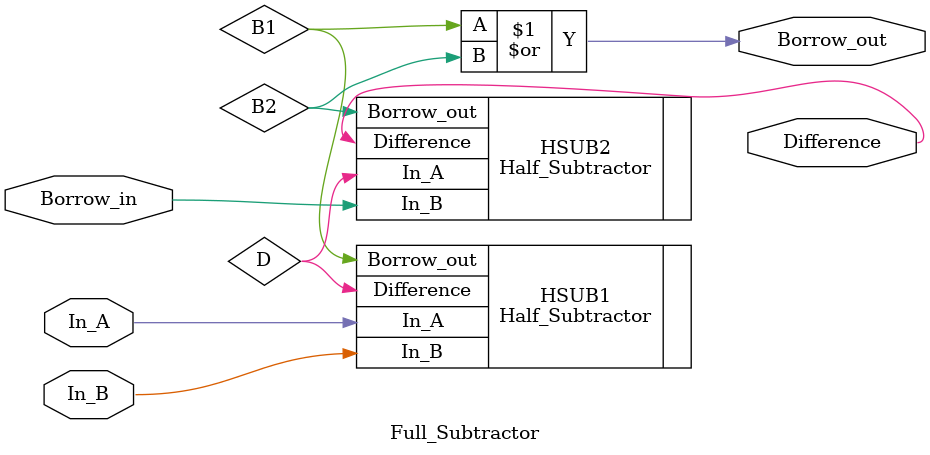
<source format=v>
`timescale 1ns / 1ps

module Full_Subtractor(
    In_A, In_B, Borrow_in, Difference, Borrow_out
    );
    input In_A, In_B, Borrow_in;
    output Difference, Borrow_out;
    wire D, B1, B2;
    
    // implement full subtractor circuit, your code starts from here.
    // use half subtractor in this module, fulfill I/O ports connection.
    // hint: submodule module_name (
    //          .I/O_port(wire_name),
    //           ...
    //          .I/O_port(wire_name)
    //           );
    
    Half_Subtractor HSUB1 (
        .In_A(In_A), 
        .In_B(In_B), 
        .Difference(D), 
        .Borrow_out(B1)
    );
    Half_Subtractor HSUB2 (
        .In_A(D),
        .In_B(Borrow_in),
        .Difference(Difference),
        .Borrow_out(B2)
    );

    or( Borrow_out, B1, B2);

    // initial begin
    //     $display("   B1 = %d, B2 %d, Bo = %d", B1, B2, Borrow_out);
    // end
endmodule

</source>
